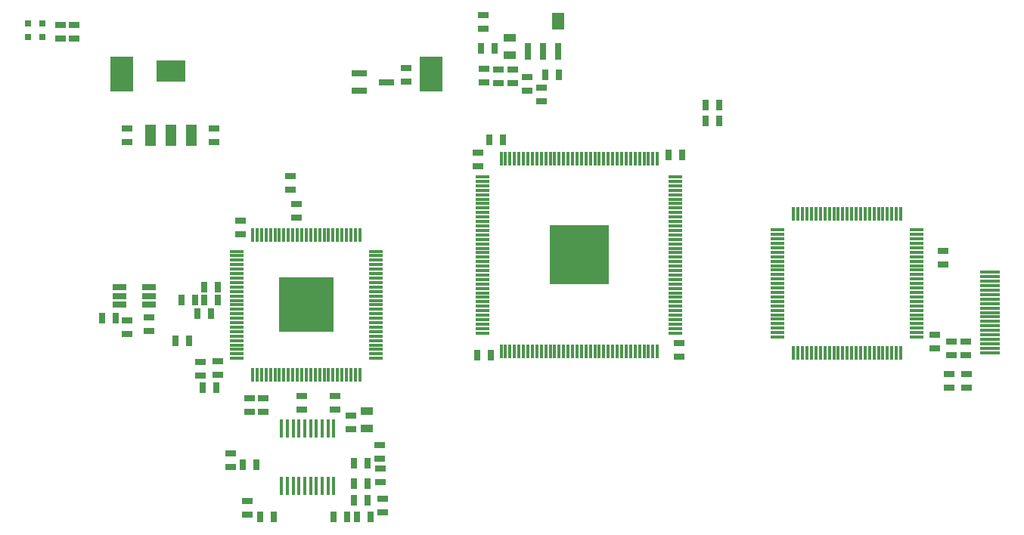
<source format=gtp>
G04 #@! TF.FileFunction,Paste,Top*
%FSLAX46Y46*%
G04 Gerber Fmt 4.6, Leading zero omitted, Abs format (unit mm)*
G04 Created by KiCad (PCBNEW 4.0.2+dfsg1-stable) date 2016-05-16T01:48:28 EEST*
%MOMM*%
G01*
G04 APERTURE LIST*
%ADD10C,0.150000*%
%ADD11R,0.700000X1.900000*%
%ADD12R,1.400000X1.900000*%
%ADD13R,2.200000X0.300000*%
%ADD14R,1.560000X0.650000*%
%ADD15R,1.200000X2.400000*%
%ADD16R,3.300000X2.400000*%
%ADD17R,1.800860X0.800100*%
%ADD18R,0.300000X1.600000*%
%ADD19R,1.600000X0.300000*%
%ADD20R,6.200000X6.200000*%
%ADD21R,0.400000X2.000000*%
%ADD22R,6.700000X6.700000*%
%ADD23R,1.397000X0.889000*%
%ADD24R,1.143000X0.635000*%
%ADD25R,0.635000X1.143000*%
%ADD26R,0.797560X0.797560*%
%ADD27R,2.500000X4.000000*%
G04 APERTURE END LIST*
D10*
D11*
X74964100Y-21860500D03*
X73264100Y-21860500D03*
X71564100Y-21860500D03*
D12*
X74944100Y-18510500D03*
D13*
X123300000Y-46650000D03*
X123300000Y-47150000D03*
X123300000Y-47650000D03*
X123300000Y-48150000D03*
X123300000Y-48650000D03*
X123300000Y-49150000D03*
X123300000Y-49650000D03*
X123300000Y-50150000D03*
X123300000Y-50650000D03*
X123300000Y-51150000D03*
X123300000Y-51650000D03*
X123300000Y-52150000D03*
X123300000Y-52650000D03*
X123300000Y-53150000D03*
X123300000Y-53650000D03*
X123300000Y-54150000D03*
X123300000Y-54650000D03*
X123300000Y-55150000D03*
X123300000Y-55650000D03*
D14*
X29143300Y-49287800D03*
X25843300Y-48337800D03*
X25843300Y-49287800D03*
X25843300Y-50237800D03*
X29143300Y-50237800D03*
X29143300Y-48337800D03*
D15*
X31577000Y-31256000D03*
X29277000Y-31256000D03*
X33877000Y-31256000D03*
D16*
X31577000Y-24056000D03*
D17*
X52691860Y-24379000D03*
X52691860Y-26279000D03*
X55694140Y-25329000D03*
D18*
X40736000Y-58092000D03*
X41236000Y-58092000D03*
X41736000Y-58092000D03*
X42236000Y-58092000D03*
X42736000Y-58092000D03*
X43236000Y-58092000D03*
X43736000Y-58092000D03*
X44236000Y-58092000D03*
X44736000Y-58092000D03*
X45236000Y-58092000D03*
X45736000Y-58092000D03*
X46236000Y-58092000D03*
X46736000Y-58092000D03*
X47236000Y-58092000D03*
X47736000Y-58092000D03*
X48236000Y-58092000D03*
X48736000Y-58092000D03*
X49236000Y-58092000D03*
X49736000Y-58092000D03*
X50236000Y-58092000D03*
X50736000Y-58092000D03*
X51236000Y-58092000D03*
X51736000Y-58092000D03*
X52236000Y-58092000D03*
X52736000Y-58092000D03*
D19*
X54536000Y-56292000D03*
X54536000Y-55792000D03*
X54536000Y-55292000D03*
X54536000Y-54792000D03*
X54536000Y-54292000D03*
X54536000Y-53792000D03*
X54536000Y-53292000D03*
X54536000Y-52792000D03*
X54536000Y-52292000D03*
X54536000Y-51792000D03*
X54536000Y-51292000D03*
X54536000Y-50792000D03*
X54536000Y-50292000D03*
X54536000Y-49792000D03*
X54536000Y-49292000D03*
X54536000Y-48792000D03*
X54536000Y-48292000D03*
X54536000Y-47792000D03*
X54536000Y-47292000D03*
X54536000Y-46792000D03*
X54536000Y-46292000D03*
X54536000Y-45792000D03*
X54536000Y-45292000D03*
X54536000Y-44792000D03*
X54536000Y-44292000D03*
D18*
X52736000Y-42492000D03*
X52236000Y-42492000D03*
X51736000Y-42492000D03*
X51236000Y-42492000D03*
X50736000Y-42492000D03*
X50236000Y-42492000D03*
X49736000Y-42492000D03*
X49236000Y-42492000D03*
X48736000Y-42492000D03*
X48236000Y-42492000D03*
X47736000Y-42492000D03*
X47236000Y-42492000D03*
X46736000Y-42492000D03*
X46236000Y-42492000D03*
X45736000Y-42492000D03*
X45236000Y-42492000D03*
X44736000Y-42492000D03*
X44236000Y-42492000D03*
X43736000Y-42492000D03*
X43236000Y-42492000D03*
X42736000Y-42492000D03*
X42236000Y-42492000D03*
X41736000Y-42492000D03*
X41236000Y-42492000D03*
X40736000Y-42492000D03*
D19*
X38936000Y-44292000D03*
X38936000Y-44792000D03*
X38936000Y-45292000D03*
X38936000Y-45792000D03*
X38936000Y-46292000D03*
X38936000Y-46792000D03*
X38936000Y-47292000D03*
X38936000Y-47792000D03*
X38936000Y-48292000D03*
X38936000Y-48792000D03*
X38936000Y-49292000D03*
X38936000Y-49792000D03*
X38936000Y-50292000D03*
X38936000Y-50792000D03*
X38936000Y-51292000D03*
X38936000Y-51792000D03*
X38936000Y-52292000D03*
X38936000Y-52792000D03*
X38936000Y-53292000D03*
X38936000Y-53792000D03*
X38936000Y-54292000D03*
X38936000Y-54792000D03*
X38936000Y-55292000D03*
X38936000Y-55792000D03*
X38936000Y-56292000D03*
D20*
X46736000Y-50292000D03*
D21*
X43963000Y-70544000D03*
X44613000Y-70544000D03*
X45263000Y-70544000D03*
X45913000Y-70544000D03*
X46563000Y-70544000D03*
X47213000Y-70544000D03*
X47863000Y-70544000D03*
X48513000Y-70544000D03*
X49163000Y-70544000D03*
X49813000Y-70544000D03*
X49813000Y-64104000D03*
X49163000Y-64104000D03*
X48513000Y-64104000D03*
X47863000Y-64104000D03*
X47213000Y-64104000D03*
X46563000Y-64104000D03*
X45913000Y-64104000D03*
X45263000Y-64104000D03*
X44613000Y-64104000D03*
X43963000Y-64104000D03*
D18*
X86050000Y-33900000D03*
X85550000Y-33900000D03*
X85050000Y-33900000D03*
X84550000Y-33900000D03*
X84050000Y-33900000D03*
X83550000Y-33900000D03*
X83050000Y-33900000D03*
X82550000Y-33900000D03*
X82050000Y-33900000D03*
X81550000Y-33900000D03*
X81050000Y-33900000D03*
X80550000Y-33900000D03*
X80050000Y-33900000D03*
X79550000Y-33900000D03*
X79050000Y-33900000D03*
X78550000Y-33900000D03*
X78050000Y-33900000D03*
X77550000Y-33900000D03*
X77050000Y-33900000D03*
X76550000Y-33900000D03*
X76050000Y-33900000D03*
X75550000Y-33900000D03*
X75050000Y-33900000D03*
X74550000Y-33900000D03*
X74050000Y-33900000D03*
X73550000Y-33900000D03*
X73050000Y-33900000D03*
X72550000Y-33900000D03*
X72050000Y-33900000D03*
X71550000Y-33900000D03*
X71050000Y-33900000D03*
X70550000Y-33900000D03*
X70050000Y-33900000D03*
X69550000Y-33900000D03*
X69050000Y-33900000D03*
X68550000Y-33900000D03*
D19*
X66500000Y-35950000D03*
X66500000Y-36450000D03*
X66500000Y-36950000D03*
X66500000Y-37450000D03*
X66500000Y-37950000D03*
X66500000Y-38450000D03*
X66500000Y-38950000D03*
X66500000Y-39450000D03*
X66500000Y-39950000D03*
X66500000Y-40450000D03*
X66500000Y-40950000D03*
X66500000Y-41450000D03*
X66500000Y-41950000D03*
X66500000Y-42450000D03*
X66500000Y-42950000D03*
X66500000Y-43450000D03*
X66500000Y-43950000D03*
X66500000Y-44450000D03*
X66500000Y-44950000D03*
X66500000Y-45450000D03*
X66500000Y-45950000D03*
X66500000Y-46450000D03*
X66500000Y-46950000D03*
X66500000Y-47450000D03*
X66500000Y-47950000D03*
X66500000Y-48450000D03*
X66500000Y-48950000D03*
X66500000Y-49450000D03*
X66500000Y-49950000D03*
X66500000Y-50450000D03*
X66500000Y-50950000D03*
X66500000Y-51450000D03*
X66500000Y-51950000D03*
X66500000Y-52450000D03*
X66500000Y-52950000D03*
X66500000Y-53450000D03*
D18*
X68550000Y-55500000D03*
X69050000Y-55500000D03*
X69550000Y-55500000D03*
X70050000Y-55500000D03*
X70550000Y-55500000D03*
X71050000Y-55500000D03*
X71550000Y-55500000D03*
X72050000Y-55500000D03*
X72550000Y-55500000D03*
X73050000Y-55500000D03*
X73550000Y-55500000D03*
X74050000Y-55500000D03*
X74550000Y-55500000D03*
X75050000Y-55500000D03*
X75550000Y-55500000D03*
X76050000Y-55500000D03*
X76550000Y-55500000D03*
X77050000Y-55500000D03*
X77550000Y-55500000D03*
X78050000Y-55500000D03*
X78550000Y-55500000D03*
X79050000Y-55500000D03*
X79550000Y-55500000D03*
X80050000Y-55500000D03*
X80550000Y-55500000D03*
X81050000Y-55500000D03*
X81550000Y-55500000D03*
X82050000Y-55500000D03*
X82550000Y-55500000D03*
X83050000Y-55500000D03*
X83550000Y-55500000D03*
X84050000Y-55500000D03*
X84550000Y-55500000D03*
X85050000Y-55500000D03*
X85550000Y-55500000D03*
X86050000Y-55500000D03*
D19*
X88100000Y-53450000D03*
X88100000Y-52950000D03*
X88100000Y-52450000D03*
X88100000Y-51950000D03*
X88100000Y-51450000D03*
X88100000Y-50950000D03*
X88100000Y-50450000D03*
X88100000Y-49950000D03*
X88100000Y-49450000D03*
X88100000Y-48950000D03*
X88100000Y-48450000D03*
X88100000Y-47950000D03*
X88100000Y-47450000D03*
X88100000Y-46950000D03*
X88100000Y-46450000D03*
X88100000Y-45950000D03*
X88100000Y-45450000D03*
X88100000Y-44950000D03*
X88100000Y-44450000D03*
X88100000Y-43950000D03*
X88100000Y-43450000D03*
X88100000Y-42950000D03*
X88100000Y-42450000D03*
X88100000Y-41950000D03*
X88100000Y-41450000D03*
X88100000Y-40950000D03*
X88100000Y-40450000D03*
X88100000Y-39950000D03*
X88100000Y-39450000D03*
X88100000Y-38950000D03*
X88100000Y-38450000D03*
X88100000Y-37950000D03*
X88100000Y-37450000D03*
X88100000Y-36950000D03*
X88100000Y-36450000D03*
X88100000Y-35950000D03*
D22*
X77300000Y-44700000D03*
D18*
X101300000Y-55700000D03*
X101800000Y-55700000D03*
X102300000Y-55700000D03*
X102800000Y-55700000D03*
X103300000Y-55700000D03*
X103800000Y-55700000D03*
X104300000Y-55700000D03*
X104800000Y-55700000D03*
X105300000Y-55700000D03*
X105800000Y-55700000D03*
X106300000Y-55700000D03*
X106800000Y-55700000D03*
X107300000Y-55700000D03*
X107800000Y-55700000D03*
X108300000Y-55700000D03*
X108800000Y-55700000D03*
X109300000Y-55700000D03*
X109800000Y-55700000D03*
X110300000Y-55700000D03*
X110800000Y-55700000D03*
X111300000Y-55700000D03*
X111800000Y-55700000D03*
X112300000Y-55700000D03*
X112800000Y-55700000D03*
X113300000Y-55700000D03*
D19*
X115100000Y-53900000D03*
X115100000Y-53400000D03*
X115100000Y-52900000D03*
X115100000Y-52400000D03*
X115100000Y-51900000D03*
X115100000Y-51400000D03*
X115100000Y-50900000D03*
X115100000Y-50400000D03*
X115100000Y-49900000D03*
X115100000Y-49400000D03*
X115100000Y-48900000D03*
X115100000Y-48400000D03*
X115100000Y-47900000D03*
X115100000Y-47400000D03*
X115100000Y-46900000D03*
X115100000Y-46400000D03*
X115100000Y-45900000D03*
X115100000Y-45400000D03*
X115100000Y-44900000D03*
X115100000Y-44400000D03*
X115100000Y-43900000D03*
X115100000Y-43400000D03*
X115100000Y-42900000D03*
X115100000Y-42400000D03*
X115100000Y-41900000D03*
D18*
X113300000Y-40100000D03*
X112800000Y-40100000D03*
X112300000Y-40100000D03*
X111800000Y-40100000D03*
X111300000Y-40100000D03*
X110800000Y-40100000D03*
X110300000Y-40100000D03*
X109800000Y-40100000D03*
X109300000Y-40100000D03*
X108800000Y-40100000D03*
X108300000Y-40100000D03*
X107800000Y-40100000D03*
X107300000Y-40100000D03*
X106800000Y-40100000D03*
X106300000Y-40100000D03*
X105800000Y-40100000D03*
X105300000Y-40100000D03*
X104800000Y-40100000D03*
X104300000Y-40100000D03*
X103800000Y-40100000D03*
X103300000Y-40100000D03*
X102800000Y-40100000D03*
X102300000Y-40100000D03*
X101800000Y-40100000D03*
X101300000Y-40100000D03*
D19*
X99500000Y-41900000D03*
X99500000Y-42400000D03*
X99500000Y-42900000D03*
X99500000Y-43400000D03*
X99500000Y-43900000D03*
X99500000Y-44400000D03*
X99500000Y-44900000D03*
X99500000Y-45400000D03*
X99500000Y-45900000D03*
X99500000Y-46400000D03*
X99500000Y-46900000D03*
X99500000Y-47400000D03*
X99500000Y-47900000D03*
X99500000Y-48400000D03*
X99500000Y-48900000D03*
X99500000Y-49400000D03*
X99500000Y-49900000D03*
X99500000Y-50400000D03*
X99500000Y-50900000D03*
X99500000Y-51400000D03*
X99500000Y-51900000D03*
X99500000Y-52400000D03*
X99500000Y-52900000D03*
X99500000Y-53400000D03*
X99500000Y-53900000D03*
D23*
X53538000Y-64107500D03*
X53538000Y-62202500D03*
X69494000Y-20408500D03*
X69494000Y-22313500D03*
D24*
X118925000Y-55931000D03*
X118925000Y-54407000D03*
X120548000Y-55931000D03*
X120548000Y-54407000D03*
X118750000Y-59604000D03*
X118750000Y-58080000D03*
X120632000Y-58080000D03*
X120632000Y-59604000D03*
D25*
X35138700Y-59536700D03*
X36662700Y-59536700D03*
D24*
X57912000Y-23754000D03*
X57912000Y-25278000D03*
X20743000Y-18925000D03*
X20743000Y-20449000D03*
X19193000Y-18929000D03*
X19193000Y-20453000D03*
D25*
X67866600Y-21551000D03*
X66342600Y-21551000D03*
X73467300Y-24548200D03*
X74991300Y-24548200D03*
D24*
X73086300Y-27520000D03*
X73086300Y-25996000D03*
X71448000Y-26288100D03*
X71448000Y-24764100D03*
X69835100Y-25411800D03*
X69835100Y-23887800D03*
X68222200Y-25411800D03*
X68222200Y-23887800D03*
X66609300Y-25399100D03*
X66609300Y-23875100D03*
X117108000Y-53626000D03*
X117108000Y-55150000D03*
D25*
X91463200Y-29666300D03*
X92987200Y-29666300D03*
D24*
X45616200Y-39013500D03*
X45616200Y-40537500D03*
X44931000Y-37368000D03*
X44931000Y-35844000D03*
X39370000Y-40894000D03*
X39370000Y-42418000D03*
D25*
X25397800Y-51764300D03*
X23873800Y-51764300D03*
X35301000Y-49779000D03*
X36825000Y-49779000D03*
D24*
X40104000Y-73777000D03*
X40104000Y-72253000D03*
X54997000Y-67547000D03*
X54997000Y-66023000D03*
X55001500Y-70128500D03*
X55001500Y-68604500D03*
X55280900Y-72008100D03*
X55280900Y-73532100D03*
D25*
X52410700Y-74078200D03*
X53934700Y-74078200D03*
D24*
X38262900Y-68477500D03*
X38262900Y-66953500D03*
X36827800Y-56628400D03*
X36827800Y-58152400D03*
X41958600Y-62267200D03*
X41958600Y-60743200D03*
X49985000Y-61987800D03*
X49985000Y-60463800D03*
X46225800Y-62013200D03*
X46225800Y-60489200D03*
X29144300Y-51713500D03*
X29144300Y-53237500D03*
X51763000Y-64252000D03*
X51763000Y-62728000D03*
X36405000Y-32080000D03*
X36405000Y-30556000D03*
X118040000Y-44248000D03*
X118040000Y-45772000D03*
X88500000Y-54538000D03*
X88500000Y-56062000D03*
D25*
X87259000Y-33498000D03*
X88783000Y-33498000D03*
X92974500Y-27888300D03*
X91450500Y-27888300D03*
D24*
X66520400Y-17868000D03*
X66520400Y-19392000D03*
D25*
X67362000Y-55900000D03*
X65838000Y-55900000D03*
X68762000Y-31800000D03*
X67238000Y-31800000D03*
D24*
X66000000Y-34762000D03*
X66000000Y-33238000D03*
X26645000Y-32075000D03*
X26645000Y-30551000D03*
X26705900Y-52018300D03*
X26705900Y-53542300D03*
D25*
X36824000Y-48265000D03*
X35300000Y-48265000D03*
X32766000Y-49779000D03*
X34290000Y-49779000D03*
X36039000Y-51283000D03*
X34515000Y-51283000D03*
X32078000Y-54317000D03*
X33602000Y-54317000D03*
D24*
X34872000Y-58177800D03*
X34872000Y-56653800D03*
D25*
X41539000Y-74066000D03*
X43063000Y-74066000D03*
D24*
X40358400Y-62267200D03*
X40358400Y-60743200D03*
D25*
X53579100Y-68058400D03*
X52055100Y-68058400D03*
X53579100Y-70357100D03*
X52055100Y-70357100D03*
X53604500Y-72224000D03*
X52080500Y-72224000D03*
X51280400Y-74066000D03*
X49756400Y-74066000D03*
X39634500Y-68172700D03*
X41158500Y-68172700D03*
D26*
X15583000Y-18795700D03*
X15583000Y-20294300D03*
X17213000Y-18795700D03*
X17213000Y-20294300D03*
D27*
X60676200Y-24406600D03*
X26076200Y-24406600D03*
M02*

</source>
